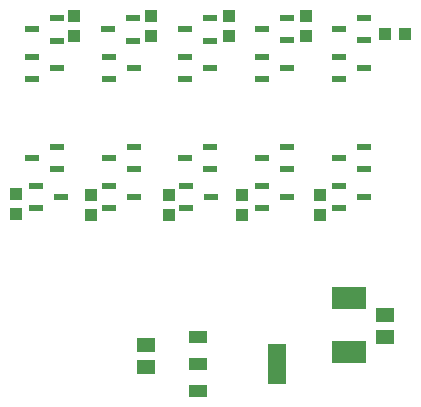
<source format=gtp>
%FSDAX23Y23*%
%MOIN*%
%SFA1B1*%

%IPPOS*%
%ADD10R,0.059100X0.051200*%
%ADD11R,0.114200X0.072800*%
%ADD12R,0.051200X0.023600*%
%ADD13R,0.043300X0.039400*%
%ADD14R,0.039400X0.043300*%
%ADD15R,0.061000X0.043300*%
%ADD16R,0.061000X0.043300*%
%ADD17R,0.061000X0.135800*%
%LNdriver-1*%
%LPD*%
G54D10*
X03195Y02387D03*
Y02312D03*
X02400Y02287D03*
Y02212D03*
G54D11*
X03075Y02264D03*
Y02445D03*
G54D12*
X03043Y03247D03*
Y03172D03*
X03126Y03210D03*
Y02872D03*
Y02947D03*
X03043Y02910D03*
X03126Y03302D03*
Y03377D03*
X03043Y03340D03*
Y02818D03*
Y02743D03*
X03126Y02781D03*
X02786Y03247D03*
Y03172D03*
X02869Y03210D03*
Y02872D03*
Y02947D03*
X02786Y02910D03*
X02870Y03302D03*
Y03377D03*
X02787Y03340D03*
X02786Y02818D03*
Y02743D03*
X02869Y02781D03*
X02531Y03247D03*
Y03172D03*
X02614Y03210D03*
Y02872D03*
Y02947D03*
X02531Y02910D03*
X02613Y03301D03*
Y03376D03*
X02530Y03339D03*
X02532Y02818D03*
Y02743D03*
X02615Y02781D03*
X02276Y03247D03*
Y03172D03*
X02359Y03210D03*
Y02872D03*
Y02947D03*
X02276Y02910D03*
X02357Y03301D03*
Y03376D03*
X02274Y03339D03*
X02275Y02818D03*
Y02743D03*
X02358Y02781D03*
X02021Y03247D03*
Y03172D03*
X02104Y03210D03*
Y02872D03*
Y02947D03*
X02021Y02910D03*
X02102Y03301D03*
Y03376D03*
X02019Y03339D03*
X02033Y02817D03*
Y02742D03*
X02116Y02780D03*
G54D13*
X03196Y03325D03*
X03263D03*
G54D14*
X02980Y02788D03*
Y02721D03*
X02933Y03316D03*
Y03383D03*
X02720Y02788D03*
Y02721D03*
X02675Y03316D03*
Y03383D03*
X02475Y02788D03*
Y02721D03*
X02417Y03316D03*
Y03383D03*
X02215Y02788D03*
Y02721D03*
X02160Y03316D03*
Y03383D03*
X01966Y02789D03*
Y02722D03*
G54D15*
X02572Y02315D03*
G54D16*
X02572Y02225D03*
Y02134D03*
G54D17*
X02837Y02225D03*
M02*
</source>
